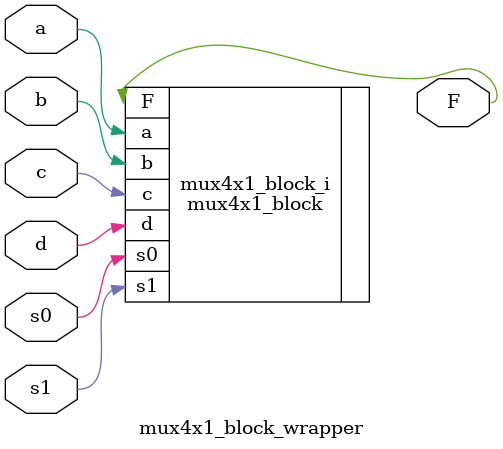
<source format=v>
`timescale 1 ps / 1 ps

module mux4x1_block_wrapper
   (F,
    a,
    b,
    c,
    d,
    s0,
    s1);
  output [0:0]F;
  input a;
  input b;
  input c;
  input d;
  input s0;
  input s1;

  wire [0:0]F;
  wire a;
  wire b;
  wire c;
  wire d;
  wire s0;
  wire s1;

  mux4x1_block mux4x1_block_i
       (.F(F),
        .a(a),
        .b(b),
        .c(c),
        .d(d),
        .s0(s0),
        .s1(s1));
endmodule

</source>
